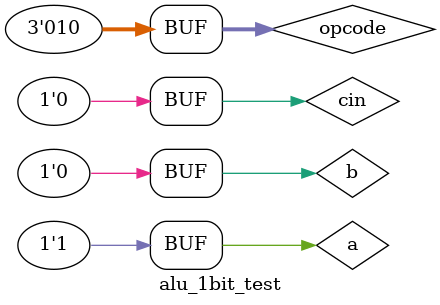
<source format=v>
module alu_1bit_test();

reg [2:0] opcode;
reg a,b,cin;

wire r_i,cout;


alu_1bit alu(opcode,b,a,cin,r_i,cout);

initial begin
  a=1'b1;
  b=1'b0;
  opcode[0]=1'b0;
  opcode[1]=1'b0;
  opcode[2]=1'b0;
  cin=0;
#5;
  a=1'b1;
  b=1'b0;
  opcode[0]=1'b1;
  opcode[1]=1'b0;
  opcode[2]=1'b0;
  cin=0;
#5;
  a=1'b1;
  b=1'b0;
  opcode[0]=1'b0;
  opcode[1]=1'b1;
  opcode[2]=1'b0;
  cin=0;
#5;
  a=1'b1;
  b=1'b0;
  opcode[0]=1'b0;
  opcode[1]=1'b1;
  opcode[2]=1'b1;
  cin=opcode[2];
#5;
  a=1'b1;
  b=1'b0;
  opcode[0]=1'b0;
  opcode[1]=1'b1;
  opcode[2]=1'b0;
  cin=0;

end

initial begin
  $monitor("Time:%2d a:%1b, b:%1b, cin:%1b, cout:%1b, out:%1b",$time,a,b,cin,cout,r_i);
end


endmodule

</source>
